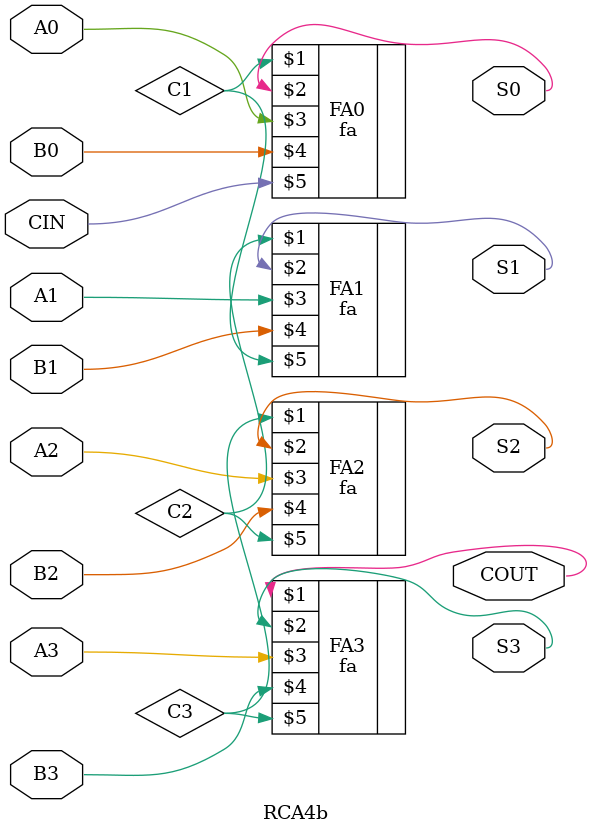
<source format=v>
module RCA4b(COUT,S0,S1,S2,S3,A0,A1,A2,A3,B0,B1,B2,B3,CIN);

input A0,A1,A2,A3,B0,B1,B2,B3,CIN;
output S0,S1,S2,S3,COUT;

wire C1,C2,C3;

fa FA0 (C1,   S0, A0, B0, CIN);
fa FA1 (C2,   S1, A1, B1, C1);
fa FA2 (C3,   S2, A2, B2, C2);
fa FA3 (COUT, S3, A3, B3, C3);



endmodule
</source>
